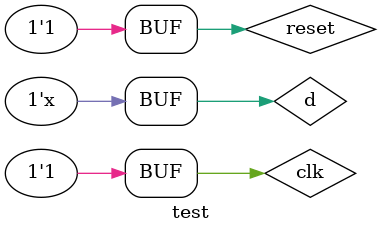
<source format=v>
module test;

  reg clk;
  reg reset;
  reg d;
  wire q;
  wire qb;

  // Instantiate design under test
  dff DFF(.clk(clk), .reset(reset),
          .d(d), .q(q), .qb(qb));

  initial begin
    // Dump waves
    $dumpfile("dump.vcd");
    $dumpvars(1);
    $monitor("%d d:%0h, q:%0h, qb:%0h",$time, d, q, qb);
  end

  initial begin
    $display("Reset flop.");
    clk = 0;
    reset = 1;
    d = 1'bx;
    // display;
    #1;

    $display("Release reset.");
    d = 1;
    reset = 0;
    // display;
    #1;

    $display("Toggle clk.");
    clk = 1;
    // display;
    #1;

    $display("Toggle clk.");
    clk = 1;
    // display;
    #1;

    $display("Reset flop.");
    clk = 0;
    reset = 1;
    d = 1'bx;
    // display;
    #1;

    $display("Toggle clk.");
    clk = 1;
    // display;
    #1;

  end



endmodule
</source>
